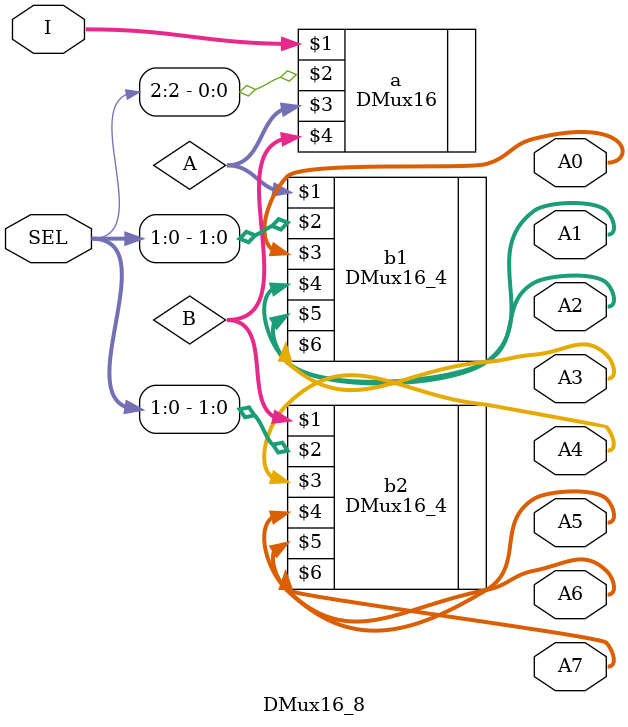
<source format=v>
`timescale 1ns / 1ps


module DMux16_8(I,SEL,A0,A1,A2,A3,A4,A5,A6,A7);
input [15:0] I;
input [2:0] SEL;
output [15:0] A0,A1,A2,A3,A4,A5,A6,A7;

wire [15:0] A,B;

DMux16 a(I,SEL[2],A,B);
DMux16_4 b1(A,SEL[1:0],A0,A1,A2,A3);
DMux16_4 b2(B,SEL[1:0],A4,A5,A6,A7); 

endmodule

</source>
